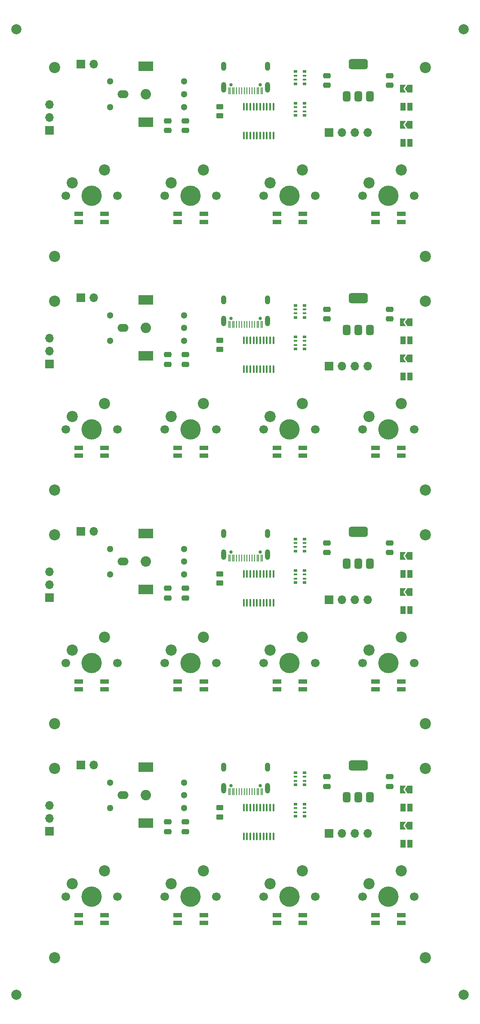
<source format=gbr>
%TF.GenerationSoftware,KiCad,Pcbnew,8.0.0*%
%TF.CreationDate,2024-03-25T13:22:01-05:00*%
%TF.ProjectId,MiniMastermindPanel,4d696e69-4d61-4737-9465-726d696e6450,rev?*%
%TF.SameCoordinates,Original*%
%TF.FileFunction,Soldermask,Top*%
%TF.FilePolarity,Negative*%
%FSLAX46Y46*%
G04 Gerber Fmt 4.6, Leading zero omitted, Abs format (unit mm)*
G04 Created by KiCad (PCBNEW 8.0.0) date 2024-03-25 13:22:01*
%MOMM*%
%LPD*%
G01*
G04 APERTURE LIST*
G04 Aperture macros list*
%AMRoundRect*
0 Rectangle with rounded corners*
0 $1 Rounding radius*
0 $2 $3 $4 $5 $6 $7 $8 $9 X,Y pos of 4 corners*
0 Add a 4 corners polygon primitive as box body*
4,1,4,$2,$3,$4,$5,$6,$7,$8,$9,$2,$3,0*
0 Add four circle primitives for the rounded corners*
1,1,$1+$1,$2,$3*
1,1,$1+$1,$4,$5*
1,1,$1+$1,$6,$7*
1,1,$1+$1,$8,$9*
0 Add four rect primitives between the rounded corners*
20,1,$1+$1,$2,$3,$4,$5,0*
20,1,$1+$1,$4,$5,$6,$7,0*
20,1,$1+$1,$6,$7,$8,$9,0*
20,1,$1+$1,$8,$9,$2,$3,0*%
%AMFreePoly0*
4,1,6,1.000000,0.000000,0.500000,-0.750000,-0.500000,-0.750000,-0.500000,0.750000,0.500000,0.750000,1.000000,0.000000,1.000000,0.000000,$1*%
%AMFreePoly1*
4,1,6,0.500000,-0.750000,-0.650000,-0.750000,-0.150000,0.000000,-0.650000,0.750000,0.500000,0.750000,0.500000,-0.750000,0.500000,-0.750000,$1*%
G04 Aperture macros list end*
%ADD10RoundRect,0.250000X0.475000X-0.250000X0.475000X0.250000X-0.475000X0.250000X-0.475000X-0.250000X0*%
%ADD11C,2.000000*%
%ADD12R,1.800000X0.820000*%
%ADD13R,0.800000X0.500000*%
%ADD14R,0.800000X0.400000*%
%ADD15R,1.700000X1.700000*%
%ADD16O,1.700000X1.700000*%
%ADD17C,0.650000*%
%ADD18R,0.250000X1.400000*%
%ADD19O,1.000000X2.100000*%
%ADD20O,1.000000X1.800000*%
%ADD21RoundRect,0.250000X0.450000X-0.262500X0.450000X0.262500X-0.450000X0.262500X-0.450000X-0.262500X0*%
%ADD22C,1.700000*%
%ADD23C,4.000000*%
%ADD24C,2.200000*%
%ADD25RoundRect,0.100000X0.100000X-0.637500X0.100000X0.637500X-0.100000X0.637500X-0.100000X-0.637500X0*%
%ADD26C,1.000000*%
%ADD27FreePoly0,180.000000*%
%ADD28FreePoly1,180.000000*%
%ADD29R,1.000000X1.500000*%
%ADD30R,3.000000X1.900000*%
%ADD31O,2.200000X1.550000*%
%ADD32C,2.050000*%
%ADD33C,1.300000*%
%ADD34RoundRect,0.250000X-0.475000X0.250000X-0.475000X-0.250000X0.475000X-0.250000X0.475000X0.250000X0*%
%ADD35RoundRect,0.375000X0.375000X-0.625000X0.375000X0.625000X-0.375000X0.625000X-0.375000X-0.625000X0*%
%ADD36RoundRect,0.500000X1.400000X-0.500000X1.400000X0.500000X-1.400000X0.500000X-1.400000X-0.500000X0*%
G04 APERTURE END LIST*
D10*
%TO.C,C8*%
X165610650Y-79478680D03*
X165610650Y-77578680D03*
%TD*%
D11*
%TO.C,KiKit_TO_3*%
X104510650Y-212414720D03*
%TD*%
D12*
%TO.C,D4*%
X116760650Y-150782360D03*
X116760650Y-152317360D03*
X121860650Y-152317360D03*
X121860650Y-150782360D03*
%TD*%
D13*
%TO.C,RN2*%
X161210650Y-177336040D03*
D14*
X161210650Y-176536040D03*
X161210650Y-175736040D03*
D13*
X161210650Y-174936040D03*
X159410650Y-174936040D03*
D14*
X159410650Y-175736040D03*
X159410650Y-176536040D03*
D13*
X159410650Y-177336040D03*
%TD*%
D15*
%TO.C,J3*%
X166010650Y-180736040D03*
D16*
X168550650Y-180736040D03*
X171090650Y-180736040D03*
X173630650Y-180736040D03*
%TD*%
D13*
%TO.C,RN2*%
X161210650Y-85378680D03*
D14*
X161210650Y-84578680D03*
X161210650Y-83778680D03*
D13*
X161210650Y-82978680D03*
X159410650Y-82978680D03*
D14*
X159410650Y-83778680D03*
X159410650Y-84578680D03*
D13*
X159410650Y-85378680D03*
%TD*%
D12*
%TO.C,D3*%
X136260650Y-196761040D03*
X136260650Y-198296040D03*
X141360650Y-198296040D03*
X141360650Y-196761040D03*
%TD*%
D17*
%TO.C,J4*%
X152500650Y-79366180D03*
X146720650Y-79366180D03*
D18*
X152935650Y-80566180D03*
X152135650Y-80566180D03*
X150860650Y-80566180D03*
X149860650Y-80566180D03*
X149360650Y-80566180D03*
X151360650Y-80566180D03*
X147085650Y-80566180D03*
X146285650Y-80566180D03*
X146535650Y-80566180D03*
X147335650Y-80566180D03*
X147860650Y-80566180D03*
X148860650Y-80566180D03*
X150360650Y-80566180D03*
X148360650Y-80566180D03*
X151885650Y-80566180D03*
X152685650Y-80566180D03*
D19*
X153930650Y-79866180D03*
D20*
X153930650Y-75716180D03*
D19*
X145290650Y-79866180D03*
D20*
X145290650Y-75716180D03*
%TD*%
D21*
%TO.C,R1*%
X144498150Y-85491180D03*
X144498150Y-83666180D03*
%TD*%
D22*
%TO.C,SW1*%
X114250650Y-101178680D03*
D23*
X119330650Y-101178680D03*
D22*
X124410650Y-101178680D03*
D24*
X121870650Y-96098680D03*
X115520650Y-98638680D03*
%TD*%
%TO.C,H2*%
X185010650Y-121957360D03*
%TD*%
D25*
%TO.C,U2*%
X149235650Y-89378680D03*
X149885650Y-89378680D03*
X150535650Y-89378680D03*
X151185650Y-89378680D03*
X151835650Y-89378680D03*
X152485650Y-89378680D03*
X153135650Y-89378680D03*
X153785650Y-89378680D03*
X154435650Y-89378680D03*
X155085650Y-89378680D03*
X155085650Y-83653680D03*
X154435650Y-83653680D03*
X153785650Y-83653680D03*
X153135650Y-83653680D03*
X152485650Y-83653680D03*
X151835650Y-83653680D03*
X151185650Y-83653680D03*
X150535650Y-83653680D03*
X149885650Y-83653680D03*
X149235650Y-83653680D03*
%TD*%
D10*
%TO.C,C3*%
X137710650Y-180336040D03*
X137710650Y-178436040D03*
%TD*%
D26*
%TO.C,KiKit_FID_T_2*%
X192489350Y-22500000D03*
%TD*%
D27*
%TO.C,JP1*%
X181985650Y-80128680D03*
D28*
X180535650Y-80128680D03*
%TD*%
D10*
%TO.C,C3*%
X137710650Y-134357360D03*
X137710650Y-132457360D03*
%TD*%
%TO.C,C6*%
X177960650Y-33500000D03*
X177960650Y-31600000D03*
%TD*%
D29*
%TO.C,JP4*%
X180610650Y-136757360D03*
X181910650Y-136757360D03*
%TD*%
D11*
%TO.C,KiKit_TO_4*%
X192489350Y-212414720D03*
%TD*%
D22*
%TO.C,SW5*%
X172650650Y-147157360D03*
D23*
X177730650Y-147157360D03*
D22*
X182810650Y-147157360D03*
D24*
X180270650Y-142077360D03*
X173920650Y-144617360D03*
%TD*%
D30*
%TO.C,SW2*%
X129960650Y-178686040D03*
D31*
X125460650Y-173186040D03*
D32*
X129960650Y-173186040D03*
D30*
X129960650Y-167686040D03*
D33*
X137460650Y-175686040D03*
X137460650Y-170686040D03*
X137460650Y-173186040D03*
X122960650Y-175686040D03*
X122960650Y-170686040D03*
%TD*%
D27*
%TO.C,JP3*%
X181985650Y-41250000D03*
D28*
X180535650Y-41250000D03*
%TD*%
D27*
%TO.C,JP3*%
X181985650Y-87228680D03*
D28*
X180535650Y-87228680D03*
%TD*%
D13*
%TO.C,RN1*%
X161210650Y-171136040D03*
D14*
X161210650Y-170336040D03*
X161210650Y-169536040D03*
D13*
X161210650Y-168736040D03*
X159410650Y-168736040D03*
D14*
X159410650Y-169536040D03*
X159410650Y-170336040D03*
D13*
X159410650Y-171136040D03*
%TD*%
D27*
%TO.C,JP1*%
X181985650Y-34150000D03*
D28*
X180535650Y-34150000D03*
%TD*%
D29*
%TO.C,JP4*%
X180610650Y-90778680D03*
X181910650Y-90778680D03*
%TD*%
D15*
%TO.C,J5*%
X117135650Y-75278680D03*
D16*
X119675650Y-75278680D03*
%TD*%
D26*
%TO.C,KiKit_FID_T_1*%
X104510650Y-22500000D03*
%TD*%
D24*
%TO.C,H3*%
X112010650Y-67200000D03*
%TD*%
%TO.C,H1*%
X112010650Y-75978680D03*
%TD*%
%TO.C,H4*%
X185010650Y-205136040D03*
%TD*%
D12*
%TO.C,D1*%
X175160650Y-104803680D03*
X175160650Y-106338680D03*
X180260650Y-106338680D03*
X180260650Y-104803680D03*
%TD*%
D21*
%TO.C,R1*%
X144498150Y-39512500D03*
X144498150Y-37687500D03*
%TD*%
D13*
%TO.C,RN1*%
X161210650Y-33200000D03*
D14*
X161210650Y-32400000D03*
X161210650Y-31600000D03*
D13*
X161210650Y-30800000D03*
X159410650Y-30800000D03*
D14*
X159410650Y-31600000D03*
X159410650Y-32400000D03*
D13*
X159410650Y-33200000D03*
%TD*%
D12*
%TO.C,D2*%
X155760650Y-150782360D03*
X155760650Y-152317360D03*
X160860650Y-152317360D03*
X160860650Y-150782360D03*
%TD*%
%TO.C,D2*%
X155760650Y-104803680D03*
X155760650Y-106338680D03*
X160860650Y-106338680D03*
X160860650Y-104803680D03*
%TD*%
D29*
%TO.C,JP2*%
X181910650Y-83678680D03*
X180610650Y-83678680D03*
%TD*%
D12*
%TO.C,D1*%
X175160650Y-196761040D03*
X175160650Y-198296040D03*
X180260650Y-198296040D03*
X180260650Y-196761040D03*
%TD*%
D10*
%TO.C,C8*%
X165610650Y-125457360D03*
X165610650Y-123557360D03*
%TD*%
D22*
%TO.C,SW1*%
X114250650Y-193136040D03*
D23*
X119330650Y-193136040D03*
D22*
X124410650Y-193136040D03*
D24*
X121870650Y-188056040D03*
X115520650Y-190596040D03*
%TD*%
D13*
%TO.C,RN1*%
X161210650Y-79178680D03*
D14*
X161210650Y-78378680D03*
X161210650Y-77578680D03*
D13*
X161210650Y-76778680D03*
X159410650Y-76778680D03*
D14*
X159410650Y-77578680D03*
X159410650Y-78378680D03*
D13*
X159410650Y-79178680D03*
%TD*%
D25*
%TO.C,U2*%
X149235650Y-43400000D03*
X149885650Y-43400000D03*
X150535650Y-43400000D03*
X151185650Y-43400000D03*
X151835650Y-43400000D03*
X152485650Y-43400000D03*
X153135650Y-43400000D03*
X153785650Y-43400000D03*
X154435650Y-43400000D03*
X155085650Y-43400000D03*
X155085650Y-37675000D03*
X154435650Y-37675000D03*
X153785650Y-37675000D03*
X153135650Y-37675000D03*
X152485650Y-37675000D03*
X151835650Y-37675000D03*
X151185650Y-37675000D03*
X150535650Y-37675000D03*
X149885650Y-37675000D03*
X149235650Y-37675000D03*
%TD*%
D22*
%TO.C,SW3*%
X133717316Y-193136040D03*
D23*
X138797316Y-193136040D03*
D22*
X143877316Y-193136040D03*
D24*
X141337316Y-188056040D03*
X134987316Y-190596040D03*
%TD*%
D10*
%TO.C,C3*%
X137710650Y-88378680D03*
X137710650Y-86478680D03*
%TD*%
D24*
%TO.C,H2*%
X185010650Y-30000000D03*
%TD*%
D26*
%TO.C,KiKit_FID_T_4*%
X192489350Y-212414720D03*
%TD*%
D34*
%TO.C,C4*%
X134310650Y-40500000D03*
X134310650Y-42400000D03*
%TD*%
D15*
%TO.C,J5*%
X117135650Y-167236040D03*
D16*
X119675650Y-167236040D03*
%TD*%
D17*
%TO.C,J4*%
X152500650Y-33387500D03*
X146720650Y-33387500D03*
D18*
X152935650Y-34587500D03*
X152135650Y-34587500D03*
X150860650Y-34587500D03*
X149860650Y-34587500D03*
X149360650Y-34587500D03*
X151360650Y-34587500D03*
X147085650Y-34587500D03*
X146285650Y-34587500D03*
X146535650Y-34587500D03*
X147335650Y-34587500D03*
X147860650Y-34587500D03*
X148860650Y-34587500D03*
X150360650Y-34587500D03*
X148360650Y-34587500D03*
X151885650Y-34587500D03*
X152685650Y-34587500D03*
D19*
X153930650Y-33887500D03*
D20*
X153930650Y-29737500D03*
D19*
X145290650Y-33887500D03*
D20*
X145290650Y-29737500D03*
%TD*%
D24*
%TO.C,H2*%
X185010650Y-167936040D03*
%TD*%
D15*
%TO.C,J3*%
X166010650Y-88778680D03*
D16*
X168550650Y-88778680D03*
X171090650Y-88778680D03*
X173630650Y-88778680D03*
%TD*%
D27*
%TO.C,JP3*%
X181985650Y-179186040D03*
D28*
X180535650Y-179186040D03*
%TD*%
D12*
%TO.C,D2*%
X155760650Y-196761040D03*
X155760650Y-198296040D03*
X160860650Y-198296040D03*
X160860650Y-196761040D03*
%TD*%
D10*
%TO.C,C6*%
X177960650Y-125457360D03*
X177960650Y-123557360D03*
%TD*%
D24*
%TO.C,H1*%
X112010650Y-121957360D03*
%TD*%
D12*
%TO.C,D3*%
X136260650Y-58825000D03*
X136260650Y-60360000D03*
X141360650Y-60360000D03*
X141360650Y-58825000D03*
%TD*%
D24*
%TO.C,H1*%
X112010650Y-30000000D03*
%TD*%
D35*
%TO.C,U1*%
X169498150Y-173598540D03*
X171798150Y-173598540D03*
D36*
X171798150Y-167298540D03*
D35*
X174098150Y-173598540D03*
%TD*%
D13*
%TO.C,RN2*%
X161210650Y-39400000D03*
D14*
X161210650Y-38600000D03*
X161210650Y-37800000D03*
D13*
X161210650Y-37000000D03*
X159410650Y-37000000D03*
D14*
X159410650Y-37800000D03*
X159410650Y-38600000D03*
D13*
X159410650Y-39400000D03*
%TD*%
D22*
%TO.C,SW4*%
X153183982Y-147157360D03*
D23*
X158263982Y-147157360D03*
D22*
X163343982Y-147157360D03*
D24*
X160803982Y-142077360D03*
X154453982Y-144617360D03*
%TD*%
D22*
%TO.C,SW5*%
X172650650Y-101178680D03*
D23*
X177730650Y-101178680D03*
D22*
X182810650Y-101178680D03*
D24*
X180270650Y-96098680D03*
X173920650Y-98638680D03*
%TD*%
D21*
%TO.C,R1*%
X144498150Y-131469860D03*
X144498150Y-129644860D03*
%TD*%
D24*
%TO.C,H4*%
X185010650Y-67200000D03*
%TD*%
D21*
%TO.C,R1*%
X144498150Y-177448540D03*
X144498150Y-175623540D03*
%TD*%
D35*
%TO.C,U1*%
X169498150Y-127619860D03*
X171798150Y-127619860D03*
D36*
X171798150Y-121319860D03*
D35*
X174098150Y-127619860D03*
%TD*%
D22*
%TO.C,SW4*%
X153183982Y-101178680D03*
D23*
X158263982Y-101178680D03*
D22*
X163343982Y-101178680D03*
D24*
X160803982Y-96098680D03*
X154453982Y-98638680D03*
%TD*%
D27*
%TO.C,JP1*%
X181985650Y-126107360D03*
D28*
X180535650Y-126107360D03*
%TD*%
D10*
%TO.C,C6*%
X177960650Y-79478680D03*
X177960650Y-77578680D03*
%TD*%
D30*
%TO.C,SW2*%
X129960650Y-40750000D03*
D31*
X125460650Y-35250000D03*
D32*
X129960650Y-35250000D03*
D30*
X129960650Y-29750000D03*
D33*
X137460650Y-37750000D03*
X137460650Y-32750000D03*
X137460650Y-35250000D03*
X122960650Y-37750000D03*
X122960650Y-32750000D03*
%TD*%
D29*
%TO.C,JP2*%
X181910650Y-175636040D03*
X180610650Y-175636040D03*
%TD*%
D24*
%TO.C,H4*%
X185010650Y-113178680D03*
%TD*%
D30*
%TO.C,SW2*%
X129960650Y-86728680D03*
D31*
X125460650Y-81228680D03*
D32*
X129960650Y-81228680D03*
D30*
X129960650Y-75728680D03*
D33*
X137460650Y-83728680D03*
X137460650Y-78728680D03*
X137460650Y-81228680D03*
X122960650Y-83728680D03*
X122960650Y-78728680D03*
%TD*%
D24*
%TO.C,H3*%
X112010650Y-205136040D03*
%TD*%
D10*
%TO.C,C3*%
X137710650Y-42400000D03*
X137710650Y-40500000D03*
%TD*%
D29*
%TO.C,JP4*%
X180610650Y-182736040D03*
X181910650Y-182736040D03*
%TD*%
D13*
%TO.C,RN1*%
X161210650Y-125157360D03*
D14*
X161210650Y-124357360D03*
X161210650Y-123557360D03*
D13*
X161210650Y-122757360D03*
X159410650Y-122757360D03*
D14*
X159410650Y-123557360D03*
X159410650Y-124357360D03*
D13*
X159410650Y-125157360D03*
%TD*%
D15*
%TO.C,J3*%
X166010650Y-134757360D03*
D16*
X168550650Y-134757360D03*
X171090650Y-134757360D03*
X173630650Y-134757360D03*
%TD*%
D29*
%TO.C,JP2*%
X181910650Y-129657360D03*
X180610650Y-129657360D03*
%TD*%
D12*
%TO.C,D3*%
X136260650Y-104803680D03*
X136260650Y-106338680D03*
X141360650Y-106338680D03*
X141360650Y-104803680D03*
%TD*%
D11*
%TO.C,KiKit_TO_2*%
X192489350Y-22500000D03*
%TD*%
D12*
%TO.C,D1*%
X175160650Y-58825000D03*
X175160650Y-60360000D03*
X180260650Y-60360000D03*
X180260650Y-58825000D03*
%TD*%
D11*
%TO.C,KiKit_TO_1*%
X104510650Y-22500000D03*
%TD*%
D15*
%TO.C,J1*%
X111010650Y-134282360D03*
D16*
X111010650Y-131742360D03*
X111010650Y-129202360D03*
%TD*%
D35*
%TO.C,U1*%
X169498150Y-81641180D03*
X171798150Y-81641180D03*
D36*
X171798150Y-75341180D03*
D35*
X174098150Y-81641180D03*
%TD*%
D12*
%TO.C,D1*%
X175160650Y-150782360D03*
X175160650Y-152317360D03*
X180260650Y-152317360D03*
X180260650Y-150782360D03*
%TD*%
D25*
%TO.C,U2*%
X149235650Y-181336040D03*
X149885650Y-181336040D03*
X150535650Y-181336040D03*
X151185650Y-181336040D03*
X151835650Y-181336040D03*
X152485650Y-181336040D03*
X153135650Y-181336040D03*
X153785650Y-181336040D03*
X154435650Y-181336040D03*
X155085650Y-181336040D03*
X155085650Y-175611040D03*
X154435650Y-175611040D03*
X153785650Y-175611040D03*
X153135650Y-175611040D03*
X152485650Y-175611040D03*
X151835650Y-175611040D03*
X151185650Y-175611040D03*
X150535650Y-175611040D03*
X149885650Y-175611040D03*
X149235650Y-175611040D03*
%TD*%
D12*
%TO.C,D4*%
X116760650Y-58825000D03*
X116760650Y-60360000D03*
X121860650Y-60360000D03*
X121860650Y-58825000D03*
%TD*%
D10*
%TO.C,C6*%
X177960650Y-171436040D03*
X177960650Y-169536040D03*
%TD*%
D12*
%TO.C,D4*%
X116760650Y-104803680D03*
X116760650Y-106338680D03*
X121860650Y-106338680D03*
X121860650Y-104803680D03*
%TD*%
D24*
%TO.C,H4*%
X185010650Y-159157360D03*
%TD*%
D22*
%TO.C,SW5*%
X172650650Y-55200000D03*
D23*
X177730650Y-55200000D03*
D22*
X182810650Y-55200000D03*
D24*
X180270650Y-50120000D03*
X173920650Y-52660000D03*
%TD*%
D12*
%TO.C,D2*%
X155760650Y-58825000D03*
X155760650Y-60360000D03*
X160860650Y-60360000D03*
X160860650Y-58825000D03*
%TD*%
D26*
%TO.C,KiKit_FID_T_3*%
X104510650Y-212414720D03*
%TD*%
D17*
%TO.C,J4*%
X152500650Y-171323540D03*
X146720650Y-171323540D03*
D18*
X152935650Y-172523540D03*
X152135650Y-172523540D03*
X150860650Y-172523540D03*
X149860650Y-172523540D03*
X149360650Y-172523540D03*
X151360650Y-172523540D03*
X147085650Y-172523540D03*
X146285650Y-172523540D03*
X146535650Y-172523540D03*
X147335650Y-172523540D03*
X147860650Y-172523540D03*
X148860650Y-172523540D03*
X150360650Y-172523540D03*
X148360650Y-172523540D03*
X151885650Y-172523540D03*
X152685650Y-172523540D03*
D19*
X153930650Y-171823540D03*
D20*
X153930650Y-167673540D03*
D19*
X145290650Y-171823540D03*
D20*
X145290650Y-167673540D03*
%TD*%
D34*
%TO.C,C4*%
X134310650Y-86478680D03*
X134310650Y-88378680D03*
%TD*%
D22*
%TO.C,SW3*%
X133717316Y-55200000D03*
D23*
X138797316Y-55200000D03*
D22*
X143877316Y-55200000D03*
D24*
X141337316Y-50120000D03*
X134987316Y-52660000D03*
%TD*%
D10*
%TO.C,C8*%
X165610650Y-33500000D03*
X165610650Y-31600000D03*
%TD*%
D15*
%TO.C,J1*%
X111010650Y-42325000D03*
D16*
X111010650Y-39785000D03*
X111010650Y-37245000D03*
%TD*%
D24*
%TO.C,H3*%
X112010650Y-113178680D03*
%TD*%
D30*
%TO.C,SW2*%
X129960650Y-132707360D03*
D31*
X125460650Y-127207360D03*
D32*
X129960650Y-127207360D03*
D30*
X129960650Y-121707360D03*
D33*
X137460650Y-129707360D03*
X137460650Y-124707360D03*
X137460650Y-127207360D03*
X122960650Y-129707360D03*
X122960650Y-124707360D03*
%TD*%
D17*
%TO.C,J4*%
X152500650Y-125344860D03*
X146720650Y-125344860D03*
D18*
X152935650Y-126544860D03*
X152135650Y-126544860D03*
X150860650Y-126544860D03*
X149860650Y-126544860D03*
X149360650Y-126544860D03*
X151360650Y-126544860D03*
X147085650Y-126544860D03*
X146285650Y-126544860D03*
X146535650Y-126544860D03*
X147335650Y-126544860D03*
X147860650Y-126544860D03*
X148860650Y-126544860D03*
X150360650Y-126544860D03*
X148360650Y-126544860D03*
X151885650Y-126544860D03*
X152685650Y-126544860D03*
D19*
X153930650Y-125844860D03*
D20*
X153930650Y-121694860D03*
D19*
X145290650Y-125844860D03*
D20*
X145290650Y-121694860D03*
%TD*%
D22*
%TO.C,SW4*%
X153183982Y-55200000D03*
D23*
X158263982Y-55200000D03*
D22*
X163343982Y-55200000D03*
D24*
X160803982Y-50120000D03*
X154453982Y-52660000D03*
%TD*%
D13*
%TO.C,RN2*%
X161210650Y-131357360D03*
D14*
X161210650Y-130557360D03*
X161210650Y-129757360D03*
D13*
X161210650Y-128957360D03*
X159410650Y-128957360D03*
D14*
X159410650Y-129757360D03*
X159410650Y-130557360D03*
D13*
X159410650Y-131357360D03*
%TD*%
D15*
%TO.C,J5*%
X117135650Y-29300000D03*
D16*
X119675650Y-29300000D03*
%TD*%
D29*
%TO.C,JP4*%
X180610650Y-44800000D03*
X181910650Y-44800000D03*
%TD*%
D22*
%TO.C,SW1*%
X114250650Y-55200000D03*
D23*
X119330650Y-55200000D03*
D22*
X124410650Y-55200000D03*
D24*
X121870650Y-50120000D03*
X115520650Y-52660000D03*
%TD*%
%TO.C,H2*%
X185010650Y-75978680D03*
%TD*%
D10*
%TO.C,C8*%
X165610650Y-171436040D03*
X165610650Y-169536040D03*
%TD*%
D25*
%TO.C,U2*%
X149235650Y-135357360D03*
X149885650Y-135357360D03*
X150535650Y-135357360D03*
X151185650Y-135357360D03*
X151835650Y-135357360D03*
X152485650Y-135357360D03*
X153135650Y-135357360D03*
X153785650Y-135357360D03*
X154435650Y-135357360D03*
X155085650Y-135357360D03*
X155085650Y-129632360D03*
X154435650Y-129632360D03*
X153785650Y-129632360D03*
X153135650Y-129632360D03*
X152485650Y-129632360D03*
X151835650Y-129632360D03*
X151185650Y-129632360D03*
X150535650Y-129632360D03*
X149885650Y-129632360D03*
X149235650Y-129632360D03*
%TD*%
D22*
%TO.C,SW3*%
X133717316Y-101178680D03*
D23*
X138797316Y-101178680D03*
D22*
X143877316Y-101178680D03*
D24*
X141337316Y-96098680D03*
X134987316Y-98638680D03*
%TD*%
D12*
%TO.C,D4*%
X116760650Y-196761040D03*
X116760650Y-198296040D03*
X121860650Y-198296040D03*
X121860650Y-196761040D03*
%TD*%
D15*
%TO.C,J1*%
X111010650Y-180261040D03*
D16*
X111010650Y-177721040D03*
X111010650Y-175181040D03*
%TD*%
D22*
%TO.C,SW4*%
X153183982Y-193136040D03*
D23*
X158263982Y-193136040D03*
D22*
X163343982Y-193136040D03*
D24*
X160803982Y-188056040D03*
X154453982Y-190596040D03*
%TD*%
D27*
%TO.C,JP3*%
X181985650Y-133207360D03*
D28*
X180535650Y-133207360D03*
%TD*%
D24*
%TO.C,H1*%
X112010650Y-167936040D03*
%TD*%
D22*
%TO.C,SW3*%
X133717316Y-147157360D03*
D23*
X138797316Y-147157360D03*
D22*
X143877316Y-147157360D03*
D24*
X141337316Y-142077360D03*
X134987316Y-144617360D03*
%TD*%
%TO.C,H3*%
X112010650Y-159157360D03*
%TD*%
D27*
%TO.C,JP1*%
X181985650Y-172086040D03*
D28*
X180535650Y-172086040D03*
%TD*%
D34*
%TO.C,C4*%
X134310650Y-178436040D03*
X134310650Y-180336040D03*
%TD*%
D22*
%TO.C,SW1*%
X114250650Y-147157360D03*
D23*
X119330650Y-147157360D03*
D22*
X124410650Y-147157360D03*
D24*
X121870650Y-142077360D03*
X115520650Y-144617360D03*
%TD*%
D12*
%TO.C,D3*%
X136260650Y-150782360D03*
X136260650Y-152317360D03*
X141360650Y-152317360D03*
X141360650Y-150782360D03*
%TD*%
D15*
%TO.C,J3*%
X166010650Y-42800000D03*
D16*
X168550650Y-42800000D03*
X171090650Y-42800000D03*
X173630650Y-42800000D03*
%TD*%
D22*
%TO.C,SW5*%
X172650650Y-193136040D03*
D23*
X177730650Y-193136040D03*
D22*
X182810650Y-193136040D03*
D24*
X180270650Y-188056040D03*
X173920650Y-190596040D03*
%TD*%
D29*
%TO.C,JP2*%
X181910650Y-37700000D03*
X180610650Y-37700000D03*
%TD*%
D15*
%TO.C,J5*%
X117135650Y-121257360D03*
D16*
X119675650Y-121257360D03*
%TD*%
D15*
%TO.C,J1*%
X111010650Y-88303680D03*
D16*
X111010650Y-85763680D03*
X111010650Y-83223680D03*
%TD*%
D35*
%TO.C,U1*%
X169498150Y-35662500D03*
X171798150Y-35662500D03*
D36*
X171798150Y-29362500D03*
D35*
X174098150Y-35662500D03*
%TD*%
D34*
%TO.C,C4*%
X134310650Y-132457360D03*
X134310650Y-134357360D03*
%TD*%
M02*

</source>
